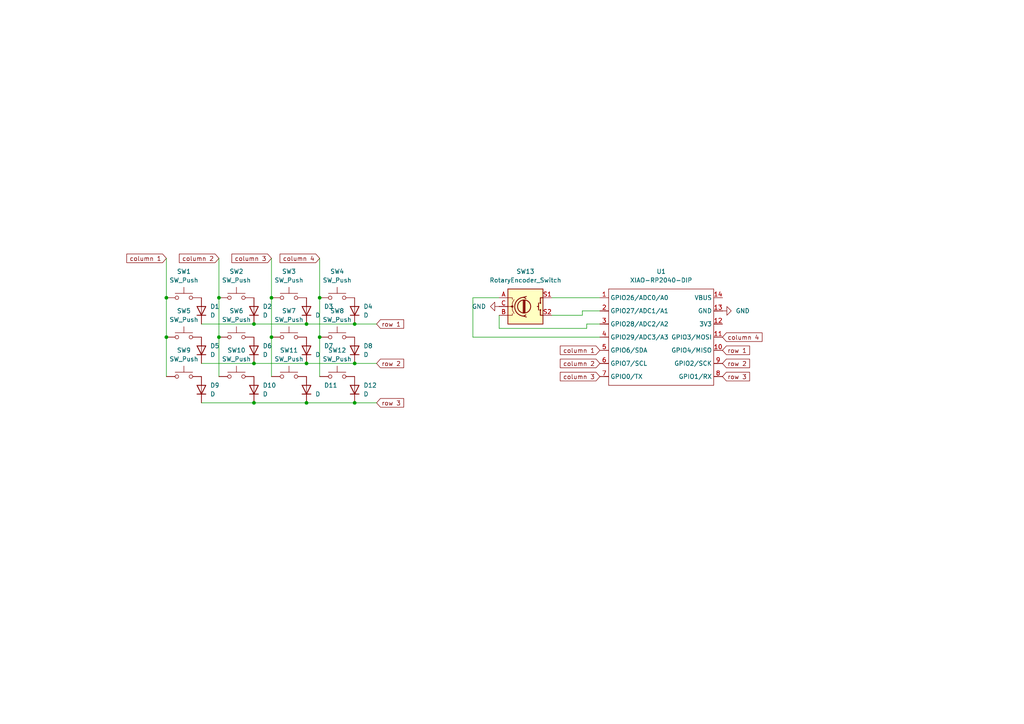
<source format=kicad_sch>
(kicad_sch (version 20231120) (generator "eeschema") (generator_version "8.0")
  (paper "A4")
  (lib_symbols
    (symbol "Device:D" (pin_numbers hide) (pin_names (offset 1.016) hide)
      (property "Reference" "D" (at 0 2.54 0))
      (property "Value" "D" (at 0 -2.54 0))
      (symbol "D_0_1"
        (polyline (pts (xy -1.27 1.27) (xy -1.27 -1.27)) (stroke (width 0.254)))
        (polyline (pts (xy 1.27 0) (xy -1.27 0)))
        (polyline (pts (xy 1.27 1.27) (xy 1.27 -1.27) (xy -1.27 0) (xy 1.27 1.27)) (stroke (width 0.254)))
      )
      (symbol "D_1_1"
        (pin passive line (at -3.81 0 0) (length 2.54) (name "K") (number "1"))
        (pin passive line (at 3.81 0 180) (length 2.54) (name "A") (number "2"))
      )
    )
    (symbol "Device:RotaryEncoder_Switch" (pin_names (offset 0.254) hide)
      (property "Reference" "SW" (at 0 6.604 0))
      (property "Value" "RotaryEncoder_Switch" (at 0 -6.604 0))
      (symbol "RotaryEncoder_Switch_0_1"
        (rectangle (start -5.08 5.08) (end 5.08 -5.08) (stroke (width 0.254)) (fill (type background)))
        (circle (center -3.81 0) (radius 0.254) (fill (type outline)))
        (circle (center -0.381 0) (radius 1.905) (stroke (width 0.254)))
        (arc (start -0.381 2.667) (mid -3.0988 -0.0635) (end -0.381 -2.794) (stroke (width 0.254)))
        (polyline (pts (xy -0.635 -1.778) (xy -0.635 1.778)) (stroke (width 0.254)))
        (polyline (pts (xy -0.381 -1.778) (xy -0.381 1.778)) (stroke (width 0.254)))
        (polyline (pts (xy -0.127 1.778) (xy -0.127 -1.778)) (stroke (width 0.254)))
        (polyline (pts (xy 3.81 0) (xy 3.429 0)) (stroke (width 0.254)))
        (polyline (pts (xy 3.81 1.016) (xy 3.81 -1.016)) (stroke (width 0.254)))
        (polyline (pts (xy -5.08 -2.54) (xy -3.81 -2.54) (xy -3.81 -2.032)))
        (polyline (pts (xy -5.08 2.54) (xy -3.81 2.54) (xy -3.81 2.032)))
        (polyline (pts (xy 0.254 -3.048) (xy -0.508 -2.794) (xy 0.127 -2.413)) (stroke (width 0.254)))
        (polyline (pts (xy 0.254 2.921) (xy -0.508 2.667) (xy 0.127 2.286)) (stroke (width 0.254)))
        (polyline (pts (xy 5.08 -2.54) (xy 4.318 -2.54) (xy 4.318 -1.016)) (stroke (width 0.254)))
        (polyline (pts (xy 5.08 2.54) (xy 4.318 2.54) (xy 4.318 1.016)) (stroke (width 0.254)))
        (polyline (pts (xy -5.08 0) (xy -3.81 0) (xy -3.81 -1.016) (xy -3.302 -2.032)))
        (polyline (pts (xy -4.318 0) (xy -3.81 0) (xy -3.81 1.016) (xy -3.302 2.032)))
        (circle (center 4.318 -1.016) (radius 0.127) (stroke (width 0.254)))
        (circle (center 4.318 1.016) (radius 0.127) (stroke (width 0.254)))
      )
      (symbol "RotaryEncoder_Switch_1_1"
        (pin passive line (at -7.62 2.54 0) (length 2.54) (name "A") (number "A"))
        (pin passive line (at -7.62 -2.54 0) (length 2.54) (name "B") (number "B"))
        (pin passive line (at -7.62 0 0) (length 2.54) (name "C") (number "C"))
        (pin passive line (at 7.62 2.54 180) (length 2.54) (name "S1") (number "S1"))
        (pin passive line (at 7.62 -2.54 180) (length 2.54) (name "S2") (number "S2"))
      )
    )
    (symbol "OPL:XIAO-RP2040-DIP"
      (property "Reference" "U" (at 0 0 0))
      (property "Value" "XIAO-RP2040-DIP" (at 5.334 -1.778 0))
      (symbol "XIAO-RP2040-DIP_1_0"
        (polyline (pts (xy -1.27 -30.48) (xy -1.27 -16.51)) (stroke (width 0.1524)))
        (polyline (pts (xy -1.27 -27.94) (xy -2.54 -27.94)) (stroke (width 0.1524)))
        (polyline (pts (xy -1.27 -24.13) (xy -2.54 -24.13)) (stroke (width 0.1524)))
        (polyline (pts (xy -1.27 -20.32) (xy -2.54 -20.32)) (stroke (width 0.1524)))
        (polyline (pts (xy -1.27 -16.51) (xy -2.54 -16.51)) (stroke (width 0.1524)))
        (polyline (pts (xy -1.27 -16.51) (xy -1.27 -12.7)) (stroke (width 0.1524)))
        (polyline (pts (xy -1.27 -12.7) (xy -2.54 -12.7)) (stroke (width 0.1524)))
        (polyline (pts (xy -1.27 -12.7) (xy -1.27 -8.89)) (stroke (width 0.1524)))
        (polyline (pts (xy -1.27 -8.89) (xy -2.54 -8.89)) (stroke (width 0.1524)))
        (polyline (pts (xy -1.27 -8.89) (xy -1.27 -5.08)) (stroke (width 0.1524)))
        (polyline (pts (xy -1.27 -5.08) (xy -2.54 -5.08)) (stroke (width 0.1524)))
        (polyline (pts (xy -1.27 -5.08) (xy -1.27 -2.54)) (stroke (width 0.1524)))
        (polyline (pts (xy -1.27 -2.54) (xy 29.21 -2.54)) (stroke (width 0.1524)))
        (polyline (pts (xy 29.21 -30.48) (xy -1.27 -30.48)) (stroke (width 0.1524)))
        (polyline (pts (xy 29.21 -12.7) (xy 29.21 -30.48)) (stroke (width 0.1524)))
        (polyline (pts (xy 29.21 -8.89) (xy 29.21 -12.7)) (stroke (width 0.1524)))
        (polyline (pts (xy 29.21 -5.08) (xy 29.21 -8.89)) (stroke (width 0.1524)))
        (polyline (pts (xy 29.21 -2.54) (xy 29.21 -5.08)) (stroke (width 0.1524)))
        (polyline (pts (xy 30.48 -27.94) (xy 29.21 -27.94)) (stroke (width 0.1524)))
        (polyline (pts (xy 30.48 -24.13) (xy 29.21 -24.13)) (stroke (width 0.1524)))
        (polyline (pts (xy 30.48 -20.32) (xy 29.21 -20.32)) (stroke (width 0.1524)))
        (polyline (pts (xy 30.48 -16.51) (xy 29.21 -16.51)) (stroke (width 0.1524)))
        (polyline (pts (xy 30.48 -12.7) (xy 29.21 -12.7)) (stroke (width 0.1524)))
        (polyline (pts (xy 30.48 -8.89) (xy 29.21 -8.89)) (stroke (width 0.1524)))
        (polyline (pts (xy 30.48 -5.08) (xy 29.21 -5.08)) (stroke (width 0.1524)))
        (pin passive line (at -3.81 -5.08 0) (length 2.54) (name "GPIO26/ADC0/A0") (number "1"))
        (pin passive line (at 31.75 -20.32 180) (length 2.54) (name "GPIO4/MISO") (number "10"))
        (pin passive line (at 31.75 -16.51 180) (length 2.54) (name "GPIO3/MOSI") (number "11"))
        (pin passive line (at 31.75 -12.7 180) (length 2.54) (name "3V3") (number "12"))
        (pin passive line (at 31.75 -8.89 180) (length 2.54) (name "GND") (number "13"))
        (pin passive line (at 31.75 -5.08 180) (length 2.54) (name "VBUS") (number "14"))
        (pin passive line (at -3.81 -8.89 0) (length 2.54) (name "GPIO27/ADC1/A1") (number "2"))
        (pin passive line (at -3.81 -12.7 0) (length 2.54) (name "GPIO28/ADC2/A2") (number "3"))
        (pin passive line (at -3.81 -16.51 0) (length 2.54) (name "GPIO29/ADC3/A3") (number "4"))
        (pin passive line (at -3.81 -20.32 0) (length 2.54) (name "GPIO6/SDA") (number "5"))
        (pin passive line (at -3.81 -24.13 0) (length 2.54) (name "GPIO7/SCL") (number "6"))
        (pin passive line (at -3.81 -27.94 0) (length 2.54) (name "GPIO0/TX") (number "7"))
        (pin passive line (at 31.75 -27.94 180) (length 2.54) (name "GPIO1/RX") (number "8"))
        (pin passive line (at 31.75 -24.13 180) (length 2.54) (name "GPIO2/SCK") (number "9"))
      )
    )
    (symbol "Switch:SW_Push" (pin_numbers hide) (pin_names (offset 1.016) hide)
      (property "Reference" "SW" (at 1.27 2.54 0))
      (property "Value" "SW_Push" (at 0 -1.524 0))
      (symbol "SW_Push_0_1"
        (circle (center -2.032 0) (radius 0.508))
        (polyline (pts (xy 0 1.27) (xy 0 3.048)))
        (polyline (pts (xy 2.54 1.27) (xy -2.54 1.27)))
        (circle (center 2.032 0) (radius 0.508))
        (pin passive line (at -5.08 0 0) (length 2.54) (name "1") (number "1"))
        (pin passive line (at 5.08 0 180) (length 2.54) (name "2") (number "2"))
      )
    )
    (symbol "power:GND" (power) (pin_numbers hide) (pin_names (offset 0) hide)
      (property "Value" "GND" (at 0 -3.81 0))
      (symbol "GND_0_1"
        (polyline (pts (xy 0 0) (xy 0 -1.27) (xy 1.27 -1.27) (xy 0 -2.54) (xy -1.27 -1.27) (xy 0 -1.27)))
      )
      (symbol "GND_1_1"
        (pin power_in line (at 0 0 270) (length 0) (name "~") (number "1"))
      )
    )
  )
  (junction (at 88.9 116.84))
  (junction (at 73.66 93.98))
  (junction (at 102.87 116.84))
  (junction (at 88.9 105.41))
  (junction (at 102.87 93.98))
  (junction (at 63.5 86.36))
  (junction (at 73.66 116.84))
  (junction (at 92.71 86.36))
  (junction (at 92.71 97.79))
  (junction (at 102.87 105.41))
  (junction (at 78.74 97.79))
  (junction (at 78.74 86.36))
  (junction (at 48.26 86.36))
  (junction (at 63.5 97.79))
  (junction (at 88.9 93.98))
  (junction (at 48.26 97.79))
  (junction (at 73.66 105.41))
  (wire (pts (xy 170.18 93.98) (xy 173.99 93.98)))
  (wire (pts (xy 92.71 74.93) (xy 92.71 86.36)))
  (wire (pts (xy 48.26 97.79) (xy 48.26 109.22)))
  (wire (pts (xy 144.78 86.36) (xy 137.16 86.36)))
  (wire (pts (xy 88.9 105.41) (xy 102.87 105.41)))
  (wire (pts (xy 63.5 86.36) (xy 63.5 97.79)))
  (wire (pts (xy 92.71 86.36) (xy 92.71 97.79)))
  (wire (pts (xy 73.66 116.84) (xy 88.9 116.84)))
  (wire (pts (xy 58.42 116.84) (xy 73.66 116.84)))
  (wire (pts (xy 58.42 105.41) (xy 73.66 105.41)))
  (wire (pts (xy 48.26 86.36) (xy 48.26 97.79)))
  (wire (pts (xy 78.74 97.79) (xy 78.74 109.22)))
  (wire (pts (xy 58.42 93.98) (xy 73.66 93.98)))
  (wire (pts (xy 48.26 74.93) (xy 48.26 86.36)))
  (wire (pts (xy 168.91 91.44) (xy 168.91 90.17)))
  (wire (pts (xy 168.91 90.17) (xy 173.99 90.17)))
  (wire (pts (xy 63.5 97.79) (xy 63.5 109.22)))
  (wire (pts (xy 73.66 105.41) (xy 88.9 105.41)))
  (wire (pts (xy 63.5 74.93) (xy 63.5 86.36)))
  (wire (pts (xy 92.71 97.79) (xy 92.71 109.22)))
  (wire (pts (xy 102.87 93.98) (xy 109.22 93.98)))
  (wire (pts (xy 170.18 95.25) (xy 170.18 93.98)))
  (wire (pts (xy 73.66 93.98) (xy 88.9 93.98)))
  (wire (pts (xy 144.78 95.25) (xy 170.18 95.25)))
  (wire (pts (xy 102.87 105.41) (xy 109.22 105.41)))
  (wire (pts (xy 88.9 116.84) (xy 102.87 116.84)))
  (wire (pts (xy 137.16 86.36) (xy 137.16 97.79)))
  (wire (pts (xy 160.02 86.36) (xy 173.99 86.36)))
  (wire (pts (xy 78.74 74.93) (xy 78.74 86.36)))
  (wire (pts (xy 78.74 86.36) (xy 78.74 97.79)))
  (wire (pts (xy 88.9 93.98) (xy 102.87 93.98)))
  (wire (pts (xy 137.16 97.79) (xy 173.99 97.79)))
  (wire (pts (xy 160.02 91.44) (xy 168.91 91.44)))
  (wire (pts (xy 144.78 91.44) (xy 144.78 95.25)))
  (wire (pts (xy 102.87 116.84) (xy 109.22 116.84)))
  (global_label "row 1" (shape input) (at 109.22 93.98 0) (property "Intersheetrefs" "${INTERSHEET_REFS}" (effects (hide yes))))
  (global_label "column 2" (shape input) (at 63.5 74.93 180) (property "Intersheetrefs" "${INTERSHEET_REFS}" (effects (hide yes))))
  (global_label "row 3" (shape input) (at 209.55 109.22 0) (property "Intersheetrefs" "${INTERSHEET_REFS}" (effects (hide yes))))
  (global_label "row 1" (shape input) (at 209.55 101.6 0) (property "Intersheetrefs" "${INTERSHEET_REFS}" (effects (hide yes))))
  (global_label "column 1" (shape input) (at 48.26 74.93 180) (property "Intersheetrefs" "${INTERSHEET_REFS}" (effects (hide yes))))
  (global_label "column 3" (shape input) (at 173.99 109.22 180) (property "Intersheetrefs" "${INTERSHEET_REFS}" (effects (hide yes))))
  (global_label "column 1" (shape input) (at 173.99 101.6 180) (property "Intersheetrefs" "${INTERSHEET_REFS}" (effects (hide yes))))
  (global_label "column 4" (shape input) (at 209.55 97.79 0) (property "Intersheetrefs" "${INTERSHEET_REFS}" (effects (hide yes))))
  (global_label "row 3" (shape input) (at 109.22 116.84 0) (property "Intersheetrefs" "${INTERSHEET_REFS}" (effects (hide yes))))
  (global_label "column 2" (shape input) (at 173.99 105.41 180) (property "Intersheetrefs" "${INTERSHEET_REFS}" (effects (hide yes))))
  (global_label "column 3" (shape input) (at 78.74 74.93 180) (property "Intersheetrefs" "${INTERSHEET_REFS}" (effects (hide yes))))
  (global_label "row 2" (shape input) (at 109.22 105.41 0) (property "Intersheetrefs" "${INTERSHEET_REFS}" (effects (hide yes))))
  (global_label "column 4" (shape input) (at 92.71 74.93 180) (property "Intersheetrefs" "${INTERSHEET_REFS}" (effects (hide yes))))
  (global_label "row 2" (shape input) (at 209.55 105.41 0) (property "Intersheetrefs" "${INTERSHEET_REFS}" (effects (hide yes))))
  (symbol (lib_id "Device:D") (at 88.9 113.03 90) (unit 1)
    (property "Reference" "D11" (at 93.98 111.7599 90) (effects (justify right)))
    (property "Value" "D" (at 91.44 114.2999 90) (effects (justify right)))
    (property "Footprint" "diodes:DIODE-1N4148" (effects (hide yes)))
    (property "Description" "Diode" (effects (hide yes)))
    (property "Sim.Device" "D" (effects (hide yes)))
    (property "Sim.Pins" "1=K 2=A" (effects (hide yes)))
  )
  (symbol (lib_id "OPL:XIAO-RP2040-DIP") (at 177.8 81.28 0) (unit 1)
    (property "Reference" "U1" (at 191.77 78.74 0))
    (property "Value" "XIAO-RP2040-DIP" (at 191.77 81.28 0))
    (property "Footprint" "Module:MOUDLE14P-XIAO-DIP-SMD" (effects (hide yes)))
  )
  (symbol (lib_id "Device:D") (at 102.87 90.17 90) (unit 1)
    (property "Reference" "D4" (at 105.41 88.8999 90) (effects (justify right)))
    (property "Value" "D" (at 105.41 91.4399 90) (effects (justify right)))
    (property "Footprint" "diodes:DIODE-1N4148" (effects (hide yes)))
    (property "Description" "Diode" (effects (hide yes)))
    (property "Sim.Device" "D" (effects (hide yes)))
    (property "Sim.Pins" "1=K 2=A" (effects (hide yes)))
  )
  (symbol (lib_id "Switch:SW_Push") (at 83.82 109.22 0) (unit 1)
    (property "Reference" "SW11" (at 83.82 101.6 0))
    (property "Value" "SW_Push" (at 83.82 104.14 0))
    (property "Footprint" "Button_Switch_Keyboard:SW_Cherry_MX_1.00u_PCB" (effects (hide yes)))
    (property "Description" "Push button switch, generic, two pins" (effects (hide yes)))
  )
  (symbol (lib_id "Switch:SW_Push") (at 83.82 86.36 0) (unit 1)
    (property "Reference" "SW3" (at 83.82 78.74 0))
    (property "Value" "SW_Push" (at 83.82 81.28 0))
    (property "Footprint" "Button_Switch_Keyboard:SW_Cherry_MX_1.00u_PCB" (effects (hide yes)))
    (property "Description" "Push button switch, generic, two pins" (effects (hide yes)))
  )
  (symbol (lib_id "Device:D") (at 88.9 90.17 90) (unit 1)
    (property "Reference" "D3" (at 93.98 88.8999 90) (effects (justify right)))
    (property "Value" "D" (at 91.44 91.4399 90) (effects (justify right)))
    (property "Footprint" "diodes:DIODE-1N4148" (effects (hide yes)))
    (property "Description" "Diode" (effects (hide yes)))
    (property "Sim.Device" "D" (effects (hide yes)))
    (property "Sim.Pins" "1=K 2=A" (effects (hide yes)))
  )
  (symbol (lib_id "Switch:SW_Push") (at 53.34 109.22 0) (unit 1)
    (property "Reference" "SW9" (at 53.34 101.6 0))
    (property "Value" "SW_Push" (at 53.34 104.14 0))
    (property "Footprint" "Button_Switch_Keyboard:SW_Cherry_MX_1.00u_PCB" (effects (hide yes)))
    (property "Description" "Push button switch, generic, two pins" (effects (hide yes)))
  )
  (symbol (lib_id "Device:D") (at 58.42 101.6 90) (unit 1)
    (property "Reference" "D5" (at 60.96 100.3299 90) (effects (justify right)))
    (property "Value" "D" (at 60.96 102.8699 90) (effects (justify right)))
    (property "Footprint" "diodes:DIODE-1N4148" (effects (hide yes)))
    (property "Description" "Diode" (effects (hide yes)))
    (property "Sim.Device" "D" (effects (hide yes)))
    (property "Sim.Pins" "1=K 2=A" (effects (hide yes)))
  )
  (symbol (lib_id "Device:D") (at 73.66 101.6 90) (unit 1)
    (property "Reference" "D6" (at 76.2 100.3299 90) (effects (justify right)))
    (property "Value" "D" (at 76.2 102.8699 90) (effects (justify right)))
    (property "Footprint" "diodes:DIODE-1N4148" (effects (hide yes)))
    (property "Description" "Diode" (effects (hide yes)))
    (property "Sim.Device" "D" (effects (hide yes)))
    (property "Sim.Pins" "1=K 2=A" (effects (hide yes)))
  )
  (symbol (lib_id "Switch:SW_Push") (at 83.82 97.79 0) (unit 1)
    (property "Reference" "SW7" (at 83.82 90.17 0))
    (property "Value" "SW_Push" (at 83.82 92.71 0))
    (property "Footprint" "Button_Switch_Keyboard:SW_Cherry_MX_1.00u_PCB" (effects (hide yes)))
    (property "Description" "Push button switch, generic, two pins" (effects (hide yes)))
  )
  (symbol (lib_id "power:GND") (at 209.55 90.17 90) (unit 1)
    (property "Reference" "#PWR01" (effects (hide yes)))
    (property "Value" "GND" (at 213.36 90.1699 90) (effects (justify right)))
    (property "Description" "Power symbol creates a global label with name \"GND\" , ground" (effects (hide yes)))
  )
  (symbol (lib_id "Switch:SW_Push") (at 53.34 86.36 0) (unit 1)
    (property "Reference" "SW1" (at 53.34 78.74 0))
    (property "Value" "SW_Push" (at 53.34 81.28 0))
    (property "Footprint" "Button_Switch_Keyboard:SW_Cherry_MX_1.00u_PCB" (effects (hide yes)))
    (property "Description" "Push button switch, generic, two pins" (effects (hide yes)))
  )
  (symbol (lib_id "Device:D") (at 58.42 90.17 90) (unit 1)
    (property "Reference" "D1" (at 60.96 88.8999 90) (effects (justify right)))
    (property "Value" "D" (at 60.96 91.4399 90) (effects (justify right)))
    (property "Footprint" "diodes:DIODE-1N4148" (effects (hide yes)))
    (property "Description" "Diode" (effects (hide yes)))
    (property "Sim.Device" "D" (effects (hide yes)))
    (property "Sim.Pins" "1=K 2=A" (effects (hide yes)))
  )
  (symbol (lib_id "Device:RotaryEncoder_Switch") (at 152.4 88.9 0) (unit 1)
    (property "Reference" "SW13" (at 152.4 78.74 0))
    (property "Value" "RotaryEncoder_Switch" (at 152.4 81.28 0))
    (property "Footprint" "Rotary_Encoder:RotaryEncoder_Alps_EC11E-Switch_Vertical_H20mm_CircularMountingHoles" (effects (hide yes)))
    (property "Description" "Rotary encoder, dual channel, incremental quadrate outputs, with switch" (effects (hide yes)))
  )
  (symbol (lib_id "Switch:SW_Push") (at 97.79 86.36 0) (unit 1)
    (property "Reference" "SW4" (at 97.79 78.74 0))
    (property "Value" "SW_Push" (at 97.79 81.28 0))
    (property "Footprint" "Button_Switch_Keyboard:SW_Cherry_MX_1.00u_PCB" (effects (hide yes)))
    (property "Description" "Push button switch, generic, two pins" (effects (hide yes)))
  )
  (symbol (lib_id "Switch:SW_Push") (at 53.34 97.79 0) (unit 1)
    (property "Reference" "SW5" (at 53.34 90.17 0))
    (property "Value" "SW_Push" (at 53.34 92.71 0))
    (property "Footprint" "Button_Switch_Keyboard:SW_Cherry_MX_1.00u_PCB" (effects (hide yes)))
    (property "Description" "Push button switch, generic, two pins" (effects (hide yes)))
  )
  (symbol (lib_id "Switch:SW_Push") (at 68.58 86.36 0) (unit 1)
    (property "Reference" "SW2" (at 68.58 78.74 0))
    (property "Value" "SW_Push" (at 68.58 81.28 0))
    (property "Footprint" "Button_Switch_Keyboard:SW_Cherry_MX_1.00u_PCB" (effects (hide yes)))
    (property "Description" "Push button switch, generic, two pins" (effects (hide yes)))
  )
  (symbol (lib_id "Switch:SW_Push") (at 97.79 109.22 0) (unit 1)
    (property "Reference" "SW12" (at 97.79 101.6 0))
    (property "Value" "SW_Push" (at 97.79 104.14 0))
    (property "Footprint" "Button_Switch_Keyboard:SW_Cherry_MX_1.00u_PCB" (effects (hide yes)))
    (property "Description" "Push button switch, generic, two pins" (effects (hide yes)))
  )
  (symbol (lib_id "Device:D") (at 88.9 101.6 90) (unit 1)
    (property "Reference" "D7" (at 93.98 100.3299 90) (effects (justify right)))
    (property "Value" "D" (at 91.44 102.8699 90) (effects (justify right)))
    (property "Footprint" "diodes:DIODE-1N4148" (effects (hide yes)))
    (property "Description" "Diode" (effects (hide yes)))
    (property "Sim.Device" "D" (effects (hide yes)))
    (property "Sim.Pins" "1=K 2=A" (effects (hide yes)))
  )
  (symbol (lib_id "power:GND") (at 144.78 88.9 270) (unit 1)
    (property "Reference" "#PWR02" (effects (hide yes)))
    (property "Value" "GND" (at 140.97 88.8999 90) (effects (justify right)))
    (property "Description" "Power symbol creates a global label with name \"GND\" , ground" (effects (hide yes)))
  )
  (symbol (lib_id "Switch:SW_Push") (at 97.79 97.79 0) (unit 1)
    (property "Reference" "SW8" (at 97.79 90.17 0))
    (property "Value" "SW_Push" (at 97.79 92.71 0))
    (property "Footprint" "Button_Switch_Keyboard:SW_Cherry_MX_1.00u_PCB" (effects (hide yes)))
    (property "Description" "Push button switch, generic, two pins" (effects (hide yes)))
  )
  (symbol (lib_id "Device:D") (at 73.66 90.17 90) (unit 1)
    (property "Reference" "D2" (at 76.2 88.8999 90) (effects (justify right)))
    (property "Value" "D" (at 76.2 91.4399 90) (effects (justify right)))
    (property "Footprint" "diodes:DIODE-1N4148" (effects (hide yes)))
    (property "Description" "Diode" (effects (hide yes)))
    (property "Sim.Device" "D" (effects (hide yes)))
    (property "Sim.Pins" "1=K 2=A" (effects (hide yes)))
  )
  (symbol (lib_id "Device:D") (at 102.87 113.03 90) (unit 1)
    (property "Reference" "D12" (at 105.41 111.7599 90) (effects (justify right)))
    (property "Value" "D" (at 105.41 114.2999 90) (effects (justify right)))
    (property "Footprint" "diodes:DIODE-1N4148" (effects (hide yes)))
    (property "Description" "Diode" (effects (hide yes)))
    (property "Sim.Device" "D" (effects (hide yes)))
    (property "Sim.Pins" "1=K 2=A" (effects (hide yes)))
  )
  (symbol (lib_id "Device:D") (at 102.87 101.6 90) (unit 1)
    (property "Reference" "D8" (at 105.41 100.3299 90) (effects (justify right)))
    (property "Value" "D" (at 105.41 102.8699 90) (effects (justify right)))
    (property "Footprint" "diodes:DIODE-1N4148" (effects (hide yes)))
    (property "Description" "Diode" (effects (hide yes)))
    (property "Sim.Device" "D" (effects (hide yes)))
    (property "Sim.Pins" "1=K 2=A" (effects (hide yes)))
  )
  (symbol (lib_id "Device:D") (at 58.42 113.03 90) (unit 1)
    (property "Reference" "D9" (at 60.96 111.7599 90) (effects (justify right)))
    (property "Value" "D" (at 60.96 114.2999 90) (effects (justify right)))
    (property "Footprint" "diodes:DIODE-1N4148" (effects (hide yes)))
    (property "Description" "Diode" (effects (hide yes)))
    (property "Sim.Device" "D" (effects (hide yes)))
    (property "Sim.Pins" "1=K 2=A" (effects (hide yes)))
  )
  (symbol (lib_id "Device:D") (at 73.66 113.03 90) (unit 1)
    (property "Reference" "D10" (at 76.2 111.7599 90) (effects (justify right)))
    (property "Value" "D" (at 76.2 114.2999 90) (effects (justify right)))
    (property "Footprint" "diodes:DIODE-1N4148" (effects (hide yes)))
    (property "Description" "Diode" (effects (hide yes)))
    (property "Sim.Device" "D" (effects (hide yes)))
    (property "Sim.Pins" "1=K 2=A" (effects (hide yes)))
  )
  (symbol (lib_id "Switch:SW_Push") (at 68.58 109.22 0) (unit 1)
    (property "Reference" "SW10" (at 68.58 101.6 0))
    (property "Value" "SW_Push" (at 68.58 104.14 0))
    (property "Footprint" "Button_Switch_Keyboard:SW_Cherry_MX_1.00u_PCB" (effects (hide yes)))
    (property "Description" "Push button switch, generic, two pins" (effects (hide yes)))
  )
  (symbol (lib_id "Switch:SW_Push") (at 68.58 97.79 0) (unit 1)
    (property "Reference" "SW6" (at 68.58 90.17 0))
    (property "Value" "SW_Push" (at 68.58 92.71 0))
    (property "Footprint" "Button_Switch_Keyboard:SW_Cherry_MX_1.00u_PCB" (effects (hide yes)))
    (property "Description" "Push button switch, generic, two pins" (effects (hide yes)))
  )
)
</source>
